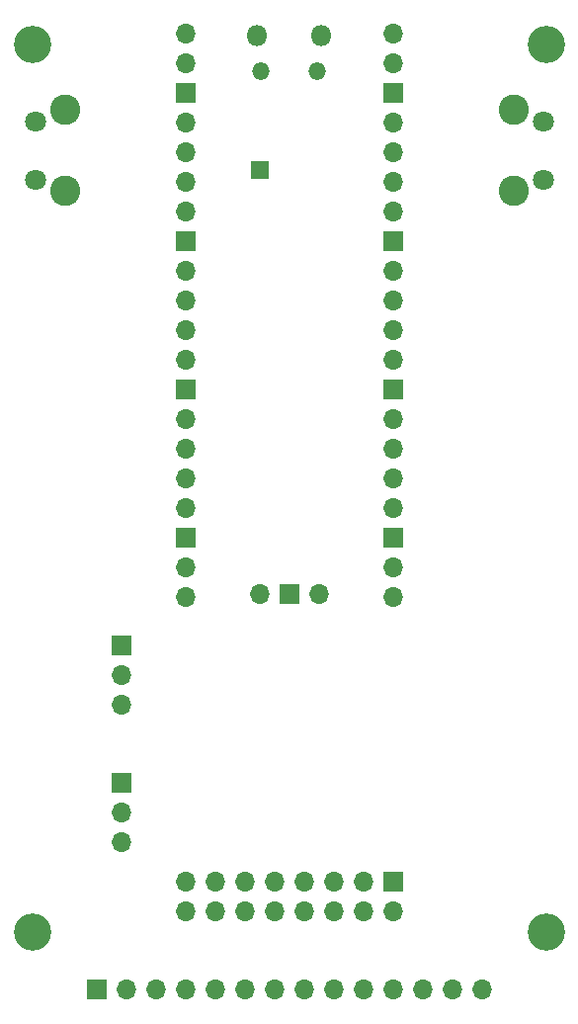
<source format=gbr>
%TF.GenerationSoftware,KiCad,Pcbnew,7.0.1*%
%TF.CreationDate,2023-04-12T13:42:13+09:00*%
%TF.ProjectId,KiCad,4b694361-642e-46b6-9963-61645f706362,rev?*%
%TF.SameCoordinates,PX7270e00PY8b3c880*%
%TF.FileFunction,Soldermask,Bot*%
%TF.FilePolarity,Negative*%
%FSLAX46Y46*%
G04 Gerber Fmt 4.6, Leading zero omitted, Abs format (unit mm)*
G04 Created by KiCad (PCBNEW 7.0.1) date 2023-04-12 13:42:13*
%MOMM*%
%LPD*%
G01*
G04 APERTURE LIST*
%ADD10O,1.800000X1.800000*%
%ADD11O,1.500000X1.500000*%
%ADD12O,1.700000X1.700000*%
%ADD13R,1.700000X1.700000*%
%ADD14R,1.500000X1.500000*%
%ADD15C,3.200000*%
%ADD16C,1.800000*%
%ADD17C,2.600000*%
G04 APERTURE END LIST*
D10*
%TO.C,U1*%
X22275000Y83750000D03*
D11*
X22575000Y80720000D03*
X27425000Y80720000D03*
D10*
X27725000Y83750000D03*
D12*
X16110000Y83880000D03*
X16110000Y81340000D03*
D13*
X16110000Y78800000D03*
D12*
X16110000Y76260000D03*
X16110000Y73720000D03*
X16110000Y71180000D03*
X16110000Y68640000D03*
D13*
X16110000Y66100000D03*
D12*
X16110000Y63560000D03*
X16110000Y61020000D03*
X16110000Y58480000D03*
X16110000Y55940000D03*
D13*
X16110000Y53400000D03*
D12*
X16110000Y50860000D03*
X16110000Y48320000D03*
X16110000Y45780000D03*
X16110000Y43240000D03*
D13*
X16110000Y40700000D03*
D12*
X16110000Y38160000D03*
X16110000Y35620000D03*
X33890000Y35620000D03*
X33890000Y38160000D03*
D13*
X33890000Y40700000D03*
D12*
X33890000Y43240000D03*
X33890000Y45780000D03*
X33890000Y48320000D03*
X33890000Y50860000D03*
D13*
X33890000Y53400000D03*
D12*
X33890000Y55940000D03*
X33890000Y58480000D03*
X33890000Y61020000D03*
X33890000Y63560000D03*
D13*
X33890000Y66100000D03*
D12*
X33890000Y68640000D03*
X33890000Y71180000D03*
X33890000Y73720000D03*
X33890000Y76260000D03*
D13*
X33890000Y78800000D03*
D12*
X33890000Y81340000D03*
X33890000Y83880000D03*
X22460000Y35850000D03*
D13*
X25000000Y35850000D03*
D12*
X27540000Y35850000D03*
D14*
X22500000Y72250000D03*
%TD*%
D15*
%TO.C,H2*%
X47000000Y83000000D03*
%TD*%
D16*
%TO.C,SW1*%
X46750000Y71400000D03*
X46750000Y76400000D03*
D17*
X44250000Y77400000D03*
X44250000Y70400000D03*
%TD*%
D15*
%TO.C,H4*%
X3000000Y6920000D03*
%TD*%
D16*
%TO.C,SW2*%
X3300000Y76400000D03*
X3300000Y71400000D03*
D17*
X5800000Y70400000D03*
X5800000Y77400000D03*
%TD*%
D13*
%TO.C,LCD1*%
X8490000Y2000000D03*
D12*
X11030000Y2000000D03*
X13570000Y2000000D03*
X16110000Y2000000D03*
X18650000Y2000000D03*
X21190000Y2000000D03*
X23730000Y2000000D03*
X26270000Y2000000D03*
X28810000Y2000000D03*
X31350000Y2000000D03*
X33890000Y2000000D03*
X36430000Y2000000D03*
X38970000Y2000000D03*
X41510000Y2000000D03*
%TD*%
D13*
%TO.C,J1*%
X33875000Y11275000D03*
D12*
X33875000Y8735000D03*
X31335000Y11275000D03*
X31335000Y8735000D03*
X28795000Y11275000D03*
X28795000Y8735000D03*
X26255000Y11275000D03*
X26255000Y8735000D03*
X23715000Y11275000D03*
X23715000Y8735000D03*
X21175000Y11275000D03*
X21175000Y8735000D03*
X18635000Y11275000D03*
X18635000Y8735000D03*
X16095000Y11275000D03*
X16095000Y8735000D03*
%TD*%
D15*
%TO.C,H3*%
X47000000Y6920000D03*
%TD*%
%TO.C,H1*%
X3000000Y83000000D03*
%TD*%
D13*
%TO.C,J2*%
X10600000Y19725000D03*
D12*
X10600000Y17185000D03*
X10600000Y14645000D03*
%TD*%
%TO.C,J3*%
X10600000Y26445000D03*
X10600000Y28985000D03*
D13*
X10600000Y31525000D03*
%TD*%
M02*

</source>
